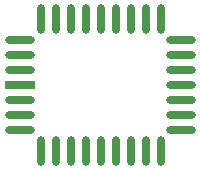
<source format=gbr>
%TF.GenerationSoftware,KiCad,Pcbnew,(6.0.0-0)*%
%TF.CreationDate,2022-01-31T01:53:58-05:00*%
%TF.ProjectId,PLCC32-Adapter,504c4343-3332-42d4-9164-61707465722e,rev?*%
%TF.SameCoordinates,Original*%
%TF.FileFunction,Paste,Top*%
%TF.FilePolarity,Positive*%
%FSLAX46Y46*%
G04 Gerber Fmt 4.6, Leading zero omitted, Abs format (unit mm)*
G04 Created by KiCad (PCBNEW (6.0.0-0)) date 2022-01-31 01:53:58*
%MOMM*%
%LPD*%
G01*
G04 APERTURE LIST*
G04 Aperture macros list*
%AMRoundRect*
0 Rectangle with rounded corners*
0 $1 Rounding radius*
0 $2 $3 $4 $5 $6 $7 $8 $9 X,Y pos of 4 corners*
0 Add a 4 corners polygon primitive as box body*
4,1,4,$2,$3,$4,$5,$6,$7,$8,$9,$2,$3,0*
0 Add four circle primitives for the rounded corners*
1,1,$1+$1,$2,$3*
1,1,$1+$1,$4,$5*
1,1,$1+$1,$6,$7*
1,1,$1+$1,$8,$9*
0 Add four rect primitives between the rounded corners*
20,1,$1+$1,$2,$3,$4,$5,0*
20,1,$1+$1,$4,$5,$6,$7,0*
20,1,$1+$1,$6,$7,$8,$9,0*
20,1,$1+$1,$8,$9,$2,$3,0*%
G04 Aperture macros list end*
%ADD10R,2.535553X0.644962*%
%ADD11RoundRect,0.322481X0.945295X0.000000X0.945295X0.000000X-0.945295X0.000000X-0.945295X0.000000X0*%
%ADD12RoundRect,0.322481X0.000000X-0.945295X0.000000X0.945295X0.000000X0.945295X0.000000X-0.945295X0*%
G04 APERTURE END LIST*
D10*
%TO.C,U1*%
X147842448Y-112014000D03*
D11*
X147842448Y-113284000D03*
X147842448Y-114554000D03*
X147842448Y-115824000D03*
D12*
X149606000Y-117587552D03*
X150876000Y-117587552D03*
X152146000Y-117587552D03*
X153416000Y-117587552D03*
X154686000Y-117587552D03*
X155956000Y-117587552D03*
X157226000Y-117587552D03*
X158496000Y-117587552D03*
X159766000Y-117587552D03*
D11*
X161529553Y-115824000D03*
X161529553Y-114554000D03*
X161529553Y-113284000D03*
X161529553Y-112014000D03*
X161529553Y-110744000D03*
X161529553Y-109474000D03*
X161529553Y-108204000D03*
D12*
X159766000Y-106440447D03*
X158496000Y-106440447D03*
X157226000Y-106440447D03*
X155956000Y-106440447D03*
X154686000Y-106440447D03*
X153416000Y-106440447D03*
X152146000Y-106440447D03*
X150876000Y-106440447D03*
X149606000Y-106440447D03*
D11*
X147842448Y-108204000D03*
X147842448Y-109474000D03*
X147842448Y-110744000D03*
%TD*%
M02*

</source>
